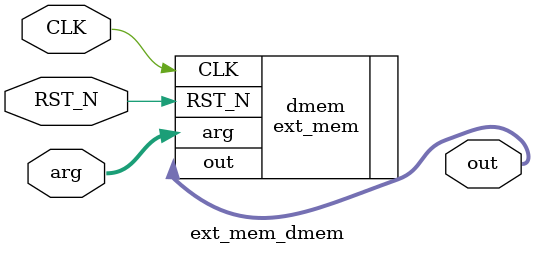
<source format=v>
module ext_mem_dmem(input CLK, input RST_N, input[69:0] arg, output[69:0] out);
   ext_mem dmem(.CLK, .RST_N, .arg, .out);
endmodule

</source>
